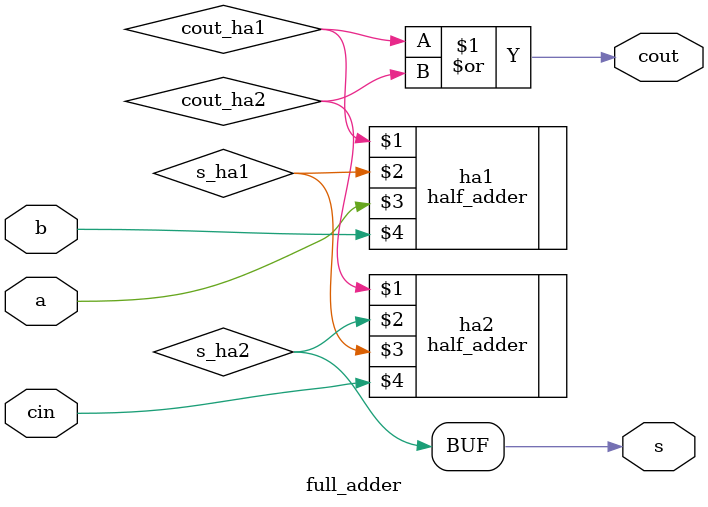
<source format=v>
`timescale 1ns/100ps

module full_adder(
	output cout,
	output s,
	input a,
	input b,
	input cin
	);

	wire cout_ha1, s_ha1, cout_ha2, s_ha2;
	half_adder ha1(cout_ha1, s_ha1, a, b);
	half_adder ha2(cout_ha2, s_ha2, s_ha1, cin);

	or(cout, cout_ha1, cout_ha2);
	assign s = s_ha2;

endmodule

</source>
